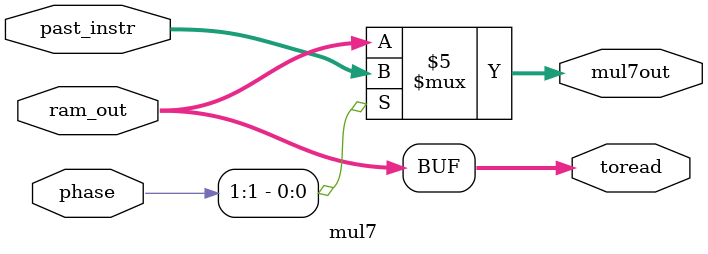
<source format=v>
module mul7(phase, ram_out, past_instr, mul7out, toread);
   input [2:0] phase;
   input [15:0] ram_out;
   input [15:0] past_instr;
   output [15:0] mul7out;
   output [15:0] toread;

   reg [15:0] 	 mul7out;
   reg [15:0] 	 toread;

   always @* begin
      // ramの出力がlw命令の参照結果の場合(p4)、IRには元のフェッチしておいた命令（古いOUT）を出力
      // readには参照結果（新しいOUT）を出力
      if (phase[1]) begin
	 mul7out = past_instr;
	 toread = ram_out;
      end else begin
	 mul7out = ram_out;
	 toread = ram_out;
      end
   end // always @ *
endmodule // mul7

</source>
